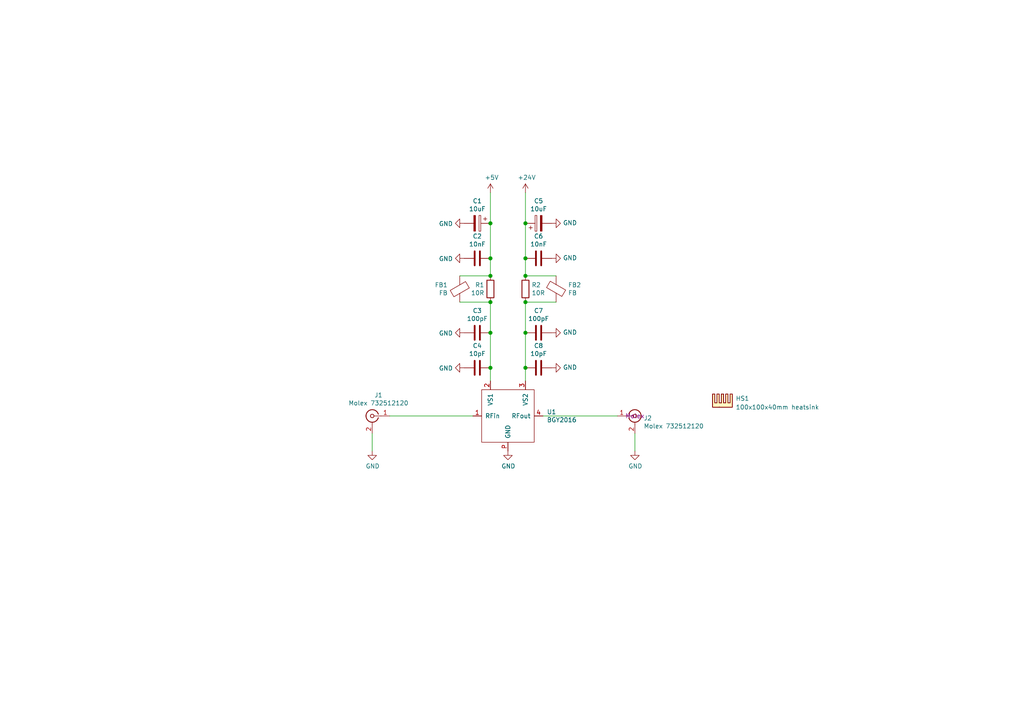
<source format=kicad_sch>
(kicad_sch (version 20230121) (generator eeschema)
  (paper "A4")
  (title_block (title "BGY2016 Amplifier") (date "2020-12-29") (rev "1") (company "AB Open"))
  (lib_symbols
    (symbol "BGYAmp:BGY2016" (pin_names (offset 1.016))
      (property "Reference" "U" (at 8.89 -11.43 0))
      (property "Value" "BGY2016" (at 8.89 -8.89 0))
      (symbol "BGY2016_0_1"
        (rectangle (start 7.62 2.54) (end -7.62 -12.7))
      )
      (symbol "BGY2016_1_1"
        (pin input line (at -10.16 -5.08 0) (length 2.54) (name "RFin") (number "1"))
        (pin power_in line (at -5.08 5.08 270) (length 2.54) (name "VS1") (number "2"))
        (pin power_in line (at 5.08 5.08 270) (length 2.54) (name "VS2") (number "3"))
        (pin output line (at 10.16 -5.08 180) (length 2.54) (name "RFout") (number "4"))
        (pin power_out line (at 0 -15.24 90) (length 2.54) (name "GND") (number "P"))
      )
    )
    (symbol "Connector:Conn_Coaxial" (pin_names (offset 1.016) hide)
      (property "Reference" "J" (at 0.254 3.048 0))
      (property "Value" "Conn_Coaxial" (at 2.921 0 90))
      (symbol "Conn_Coaxial_0_1"
        (arc (start -1.778 -0.508) (mid 0.2311 -1.8066) (end 1.778 0) (stroke (width 0.254)))
        (polyline (pts (xy -2.54 0) (xy -0.508 0)))
        (polyline (pts (xy 0 -2.54) (xy 0 -1.778)))
        (circle (center 0 0) (radius 0.508) (stroke (width 0.2032)))
        (arc (start 1.778 0) (mid 0.2099 1.8101) (end -1.778 0.508) (stroke (width 0.254)))
      )
      (symbol "Conn_Coaxial_1_1"
        (pin passive line (at -5.08 0 0) (length 2.54) (name "In") (number "1"))
        (pin passive line (at 0 -5.08 90) (length 2.54) (name "Ext") (number "2"))
      )
    )
    (symbol "Device:C" (pin_numbers hide) (pin_names (offset 0.254))
      (property "Reference" "C" (at 0.635 2.54 0))
      (property "Value" "C" (at 0.635 -2.54 0))
      (symbol "C_0_1"
        (polyline (pts (xy -2.032 -0.762) (xy 2.032 -0.762)) (stroke (width 0.508)))
        (polyline (pts (xy -2.032 0.762) (xy 2.032 0.762)) (stroke (width 0.508)))
      )
      (symbol "C_1_1"
        (pin passive line (at 0 3.81 270) (length 2.794) (name "~") (number "1"))
        (pin passive line (at 0 -3.81 90) (length 2.794) (name "~") (number "2"))
      )
    )
    (symbol "Device:CP" (pin_numbers hide) (pin_names (offset 0.254))
      (property "Reference" "C" (at 0.635 2.54 0))
      (property "Value" "CP" (at 0.635 -2.54 0))
      (symbol "CP_0_1"
        (rectangle (start -2.286 0.508) (end 2.286 1.016))
        (polyline (pts (xy -1.778 2.286) (xy -0.762 2.286)))
        (polyline (pts (xy -1.27 2.794) (xy -1.27 1.778)))
        (rectangle (start 2.286 -0.508) (end -2.286 -1.016) (fill (type outline)))
      )
      (symbol "CP_1_1"
        (pin passive line (at 0 3.81 270) (length 2.794) (name "~") (number "1"))
        (pin passive line (at 0 -3.81 90) (length 2.794) (name "~") (number "2"))
      )
    )
    (symbol "Device:Ferrite_Bead" (pin_numbers hide) (pin_names (offset 0))
      (property "Reference" "FB" (at -3.81 0.635 90))
      (property "Value" "Ferrite_Bead" (at 3.81 0 90))
      (symbol "Ferrite_Bead_0_1"
        (polyline (pts (xy 0 -1.27) (xy 0 -1.2192)))
        (polyline (pts (xy 0 1.27) (xy 0 1.2954)))
        (polyline (pts (xy -2.7686 0.4064) (xy -1.7018 2.2606) (xy 2.7686 -0.3048) (xy 1.6764 -2.159) (xy -2.7686 0.4064)))
      )
      (symbol "Ferrite_Bead_1_1"
        (pin passive line (at 0 3.81 270) (length 2.54) (name "~") (number "1"))
        (pin passive line (at 0 -3.81 90) (length 2.54) (name "~") (number "2"))
      )
    )
    (symbol "Device:R" (pin_numbers hide) (pin_names (offset 0))
      (property "Reference" "R" (at 2.032 0 90))
      (property "Value" "R" (at 0 0 90))
      (symbol "R_0_1"
        (rectangle (start -1.016 -2.54) (end 1.016 2.54) (stroke (width 0.254)))
      )
      (symbol "R_1_1"
        (pin passive line (at 0 3.81 270) (length 1.27) (name "~") (number "1"))
        (pin passive line (at 0 -3.81 90) (length 1.27) (name "~") (number "2"))
      )
    )
    (symbol "Mechanical:Heatsink" (pin_names (offset 1.016))
      (property "Reference" "HS" (at 0 5.08 0))
      (property "Value" "Heatsink" (at 0 -1.27 0))
      (symbol "Heatsink_0_1"
        (polyline (pts (xy -0.3302 1.27) (xy -0.9652 1.27) (xy -0.9652 3.81) (xy -1.6002 3.81) (xy -1.6002 1.27) (xy -2.2352 1.27) (xy -2.2352 3.81) (xy -2.8702 3.81) (xy -2.8702 0) (xy -0.9652 0)) (stroke (width 0.254)) (fill (type background)))
        (polyline (pts (xy -0.3302 1.27) (xy -0.3302 3.81) (xy 0.3048 3.81) (xy 0.3048 1.27) (xy 0.9398 1.27) (xy 0.9398 3.81) (xy 1.5748 3.81) (xy 1.5748 1.27) (xy 2.2098 1.27) (xy 2.2098 3.81) (xy 2.8448 3.81) (xy 2.8448 0) (xy -0.9652 0)) (stroke (width 0.254)) (fill (type background)))
      )
    )
    (symbol "power:+24V" (power) (pin_names (offset 0))
      (property "Value" "+24V" (at 0 3.556 0))
      (symbol "+24V_0_1"
        (polyline (pts (xy -0.762 1.27) (xy 0 2.54)))
        (polyline (pts (xy 0 0) (xy 0 2.54)))
        (polyline (pts (xy 0 2.54) (xy 0.762 1.27)))
      )
      (symbol "+24V_1_1"
        (pin power_in line (at 0 0 90) (length 0) hide (name "+24V") (number "1"))
      )
    )
    (symbol "power:+5V" (power) (pin_names (offset 0))
      (property "Value" "+5V" (at 0 3.556 0))
      (symbol "+5V_0_1"
        (polyline (pts (xy -0.762 1.27) (xy 0 2.54)))
        (polyline (pts (xy 0 0) (xy 0 2.54)))
        (polyline (pts (xy 0 2.54) (xy 0.762 1.27)))
      )
      (symbol "+5V_1_1"
        (pin power_in line (at 0 0 90) (length 0) hide (name "+5V") (number "1"))
      )
    )
    (symbol "power:GND" (power) (pin_names (offset 0))
      (property "Value" "GND" (at 0 -3.81 0))
      (symbol "GND_0_1"
        (polyline (pts (xy 0 0) (xy 0 -1.27) (xy 1.27 -1.27) (xy 0 -2.54) (xy -1.27 -1.27) (xy 0 -1.27)))
      )
      (symbol "GND_1_1"
        (pin power_in line (at 0 0 270) (length 0) hide (name "GND") (number "1"))
      )
    )
  )
  (junction (at 152.4 80.01) (diameter 1.016))
  (junction (at 152.4 106.68) (diameter 1.016))
  (junction (at 142.24 96.52) (diameter 1.016))
  (junction (at 142.24 64.77) (diameter 1.016))
  (junction (at 142.24 80.01) (diameter 1.016))
  (junction (at 142.24 106.68) (diameter 1.016))
  (junction (at 152.4 96.52) (diameter 1.016))
  (junction (at 152.4 64.77) (diameter 1.016))
  (junction (at 152.4 74.93) (diameter 1.016))
  (junction (at 142.24 74.93) (diameter 1.016))
  (junction (at 142.24 87.63) (diameter 1.016))
  (junction (at 152.4 87.63) (diameter 1.016))
  (wire (pts (xy 133.35 80.01) (xy 142.24 80.01)))
  (wire (pts (xy 161.29 87.63) (xy 152.4 87.63)))
  (wire (pts (xy 152.4 96.52) (xy 152.4 106.68)))
  (wire (pts (xy 152.4 87.63) (xy 152.4 96.52)))
  (wire (pts (xy 142.24 106.68) (xy 142.24 96.52)))
  (wire (pts (xy 142.24 64.77) (xy 142.24 74.93)))
  (wire (pts (xy 107.95 125.73) (xy 107.95 130.81)))
  (wire (pts (xy 142.24 87.63) (xy 142.24 96.52)))
  (wire (pts (xy 142.24 74.93) (xy 142.24 80.01)))
  (wire (pts (xy 142.24 55.88) (xy 142.24 64.77)))
  (wire (pts (xy 137.16 120.65) (xy 113.03 120.65)))
  (wire (pts (xy 152.4 80.01) (xy 161.29 80.01)))
  (wire (pts (xy 152.4 106.68) (xy 152.4 110.49)))
  (wire (pts (xy 157.48 120.65) (xy 179.07 120.65)))
  (wire (pts (xy 152.4 55.88) (xy 152.4 64.77)))
  (wire (pts (xy 152.4 74.93) (xy 152.4 80.01)))
  (wire (pts (xy 184.15 125.73) (xy 184.15 130.81)))
  (wire (pts (xy 133.35 87.63) (xy 142.24 87.63)))
  (wire (pts (xy 152.4 64.77) (xy 152.4 74.93)))
  (wire (pts (xy 142.24 110.49) (xy 142.24 106.68)))
  (symbol (lib_id "Connector:Conn_Coaxial") (at 107.95 120.65 0) (mirror y) (unit 1)
    (property "Reference" "J1" (at 109.7788 114.6048 0))
    (property "Value" "Molex 732512120" (at 109.7788 116.9162 0))
    (property "Footprint" "BGY2016 Amplifier:Molex_73251-2120" (effects hide))
    (property "Datasheet" " ~" (effects hide))
    (property "Manufacturer" "Molex" (effects hide))
    (property "ManufacturerPartNumber" "732512120" (effects hide))
  )
  (symbol (lib_id "BGYAmp:BGY2016") (at 147.32 115.57 0) (unit 1)
    (property "Reference" "U1" (at 158.5976 119.4816 0) (effects (justify left)))
    (property "Value" "BGY2016" (at 158.5976 121.793 0) (effects (justify left)))
    (property "Footprint" "BGY2016 Amplifier:BGY2016" (effects hide))
  )
  (symbol (lib_id "power:GND") (at 184.15 130.81 0) (unit 1)
    (property "Reference" "#PWR013" (effects hide))
    (property "Value" "GND" (at 184.277 135.2042 0))
  )
  (symbol (lib_id "power:GND") (at 107.95 130.81 0) (unit 1)
    (property "Reference" "#PWR01" (effects hide))
    (property "Value" "GND" (at 108.077 135.2042 0))
  )
  (symbol (lib_id "power:GND") (at 147.32 130.81 0) (unit 1)
    (property "Reference" "#PWR07" (effects hide))
    (property "Value" "GND" (at 147.447 135.2042 0))
  )
  (symbol (lib_id "Device:C") (at 138.43 106.68 270) (unit 1)
    (property "Reference" "C4" (at 138.43 100.2792 90))
    (property "Value" "10pF" (at 138.43 102.5906 90))
    (property "Footprint" "Capacitor_SMD:C_0603_1608Metric" (effects hide))
    (property "Manufacturer" "AVX" (effects hide))
    (property "ManufacturerPartNumber" "06035A100KAT2A" (effects hide))
  )
  (symbol (lib_id "Device:C") (at 138.43 96.52 270) (unit 1)
    (property "Reference" "C3" (at 138.43 90.1192 90))
    (property "Value" "100pF" (at 138.43 92.4306 90))
    (property "Footprint" "Capacitor_SMD:C_0603_1608Metric" (effects hide))
    (property "Manufacturer" "AVX" (effects hide))
    (property "ManufacturerPartNumber" "06031A101JAT2A" (effects hide))
  )
  (symbol (lib_id "Device:C") (at 138.43 74.93 270) (unit 1)
    (property "Reference" "C2" (at 138.43 68.5292 90))
    (property "Value" "10nF" (at 138.43 70.8406 90))
    (property "Footprint" "Capacitor_SMD:C_0603_1608Metric" (effects hide))
    (property "Manufacturer" "Kemet" (effects hide))
    (property "ManufacturerPartNumber" "C0603C103J5RACTU" (effects hide))
  )
  (symbol (lib_id "Device:CP") (at 138.43 64.77 270) (unit 1)
    (property "Reference" "C1" (at 138.43 58.293 90))
    (property "Value" "10uF" (at 138.43 60.6044 90))
    (property "Footprint" "Capacitor_SMD:CP_Elec_5x5.4" (effects hide))
    (property "Manufacturer" "Panasonic" (effects hide))
    (property "ManufacturerPartNumber" "EEEHA1V100R" (effects hide))
  )
  (symbol (lib_id "Device:R") (at 142.24 83.82 0) (mirror x) (unit 1)
    (property "Reference" "R1" (at 140.4874 82.6516 0) (effects (justify right)))
    (property "Value" "10R" (at 140.4874 84.963 0) (effects (justify right)))
    (property "Footprint" "Resistor_SMD:R_2512_6332Metric" (effects hide))
    (property "Manufacturer" "KOA" (effects hide))
    (property "ManufacturerPartNumber" "RK73HW3ATTE10R0F" (effects hide))
  )
  (symbol (lib_id "power:GND") (at 160.02 106.68 90) (unit 1)
    (property "Reference" "#PWR012" (effects hide))
    (property "Value" "GND" (at 163.2712 106.553 90) (effects (justify right)))
  )
  (symbol (lib_id "power:GND") (at 160.02 96.52 90) (unit 1)
    (property "Reference" "#PWR011" (effects hide))
    (property "Value" "GND" (at 163.2712 96.393 90) (effects (justify right)))
  )
  (symbol (lib_id "power:GND") (at 160.02 74.93 90) (unit 1)
    (property "Reference" "#PWR010" (effects hide))
    (property "Value" "GND" (at 163.2712 74.803 90) (effects (justify right)))
  )
  (symbol (lib_id "power:GND") (at 160.02 64.77 90) (unit 1)
    (property "Reference" "#PWR09" (effects hide))
    (property "Value" "GND" (at 163.2712 64.643 90) (effects (justify right)))
  )
  (symbol (lib_id "power:GND") (at 134.62 64.77 270) (unit 1)
    (property "Reference" "#PWR02" (effects hide))
    (property "Value" "GND" (at 131.3688 64.897 90) (effects (justify right)))
  )
  (symbol (lib_id "power:GND") (at 134.62 74.93 270) (unit 1)
    (property "Reference" "#PWR03" (effects hide))
    (property "Value" "GND" (at 131.3688 75.057 90) (effects (justify right)))
  )
  (symbol (lib_id "power:GND") (at 134.62 96.52 270) (unit 1)
    (property "Reference" "#PWR04" (effects hide))
    (property "Value" "GND" (at 131.3688 96.647 90) (effects (justify right)))
  )
  (symbol (lib_id "power:GND") (at 134.62 106.68 270) (unit 1)
    (property "Reference" "#PWR05" (effects hide))
    (property "Value" "GND" (at 131.3688 106.807 90) (effects (justify right)))
  )
  (symbol (lib_id "power:+5V") (at 142.24 55.88 0) (unit 1)
    (property "Reference" "#PWR06" (effects hide))
    (property "Value" "+5V" (at 142.621 51.4858 0))
  )
  (symbol (lib_id "power:+24V") (at 152.4 55.88 0) (unit 1)
    (property "Reference" "#PWR08" (effects hide))
    (property "Value" "+24V" (at 152.781 51.4858 0))
  )
  (symbol (lib_id "Device:C") (at 156.21 106.68 270) (unit 1)
    (property "Reference" "C8" (at 156.21 100.2792 90))
    (property "Value" "10pF" (at 156.21 102.5906 90))
    (property "Footprint" "Capacitor_SMD:C_0603_1608Metric" (effects hide))
    (property "Manufacturer" "AVX" (effects hide))
    (property "ManufacturerPartNumber" "06035A100KAT2A" (effects hide))
  )
  (symbol (lib_id "Device:C") (at 156.21 96.52 270) (unit 1)
    (property "Reference" "C7" (at 156.21 90.1192 90))
    (property "Value" "100pF" (at 156.21 92.4306 90))
    (property "Footprint" "Capacitor_SMD:C_0603_1608Metric" (effects hide))
    (property "Manufacturer" "AVX" (effects hide))
    (property "ManufacturerPartNumber" "06031A101JAT2A" (effects hide))
  )
  (symbol (lib_id "Device:C") (at 156.21 74.93 270) (unit 1)
    (property "Reference" "C6" (at 156.21 68.5292 90))
    (property "Value" "10nF" (at 156.21 70.8406 90))
    (property "Footprint" "Capacitor_SMD:C_0603_1608Metric" (effects hide))
    (property "Manufacturer" "Kemet" (effects hide))
    (property "ManufacturerPartNumber" "C0603C103J5RACTU" (effects hide))
  )
  (symbol (lib_id "Device:CP") (at 156.21 64.77 90) (unit 1)
    (property "Reference" "C5" (at 156.21 58.293 90))
    (property "Value" "10uF" (at 156.21 60.6044 90))
    (property "Footprint" "Capacitor_SMD:CP_Elec_5x5.4" (effects hide))
    (property "Manufacturer" "Panasonic" (effects hide))
    (property "ManufacturerPartNumber" "EEEHA1V100R" (effects hide))
  )
  (symbol (lib_id "Device:R") (at 152.4 83.82 0) (unit 1)
    (property "Reference" "R2" (at 154.178 82.6516 0) (effects (justify left)))
    (property "Value" "10R" (at 154.178 84.963 0) (effects (justify left)))
    (property "Footprint" "Resistor_SMD:R_2512_6332Metric" (effects hide))
    (property "Manufacturer" "KOA" (effects hide))
    (property "ManufacturerPartNumber" "RK73HW3ATTE10R0F" (effects hide))
  )
  (symbol (lib_id "Device:Ferrite_Bead") (at 133.35 83.82 0) (mirror x) (unit 1)
    (property "Reference" "FB1" (at 129.8702 82.6516 0) (effects (justify right)))
    (property "Value" "FB" (at 129.8702 84.963 0) (effects (justify right)))
    (property "Footprint" "Inductor_THT:L_Axial_L5.3mm_D2.2mm_P7.62mm_Horizontal_Vishay_IM-1" (effects hide))
    (property "Manufacturer" "Ferroxcube" (effects hide))
    (property "ManufacturerPartNumber" "BD3/1/4-4S2" (effects hide))
  )
  (symbol (lib_id "Device:Ferrite_Bead") (at 161.29 83.82 0) (unit 1)
    (property "Reference" "FB2" (at 164.7698 82.6516 0) (effects (justify left)))
    (property "Value" "FB" (at 164.7698 84.963 0) (effects (justify left)))
    (property "Footprint" "Inductor_THT:L_Axial_L5.3mm_D2.2mm_P7.62mm_Horizontal_Vishay_IM-1" (effects hide))
    (property "Manufacturer" "Ferroxcube" (effects hide))
    (property "ManufacturerPartNumber" "BD3/1/4-4S2" (effects hide))
  )
  (symbol (lib_id "Connector:Conn_Coaxial") (at 184.15 120.65 0) (unit 1)
    (property "Reference" "J2" (at 186.69 121.285 0) (effects (justify left)))
    (property "Value" "Molex 732512120" (at 186.69 123.5964 0) (effects (justify left)))
    (property "Footprint" "BGY2016 Amplifier:Molex_73251-2120" (effects hide))
    (property "Datasheet" " ~" (effects hide))
    (property "Manufacturer" "Molex" (at 184.15 120.65 0))
    (property "ManufacturerPartNumber" "732512120" (effects hide))
  )
  (symbol (lib_id "Mechanical:Heatsink") (at 209.55 118.11 0) (unit 1) (on_board no)
    (property "Reference" "HS1" (at 213.36 115.57 0) (effects (justify left)))
    (property "Value" "100x100x40mm heatsink" (at 213.36 118.11 0) (effects (justify left)))
    (property "Manufacturer" "Fischer Elektronik" (effects hide))
    (property "ManufacturerPartNumber" "SK92-100-SA" (effects hide))
  )
)
</source>
